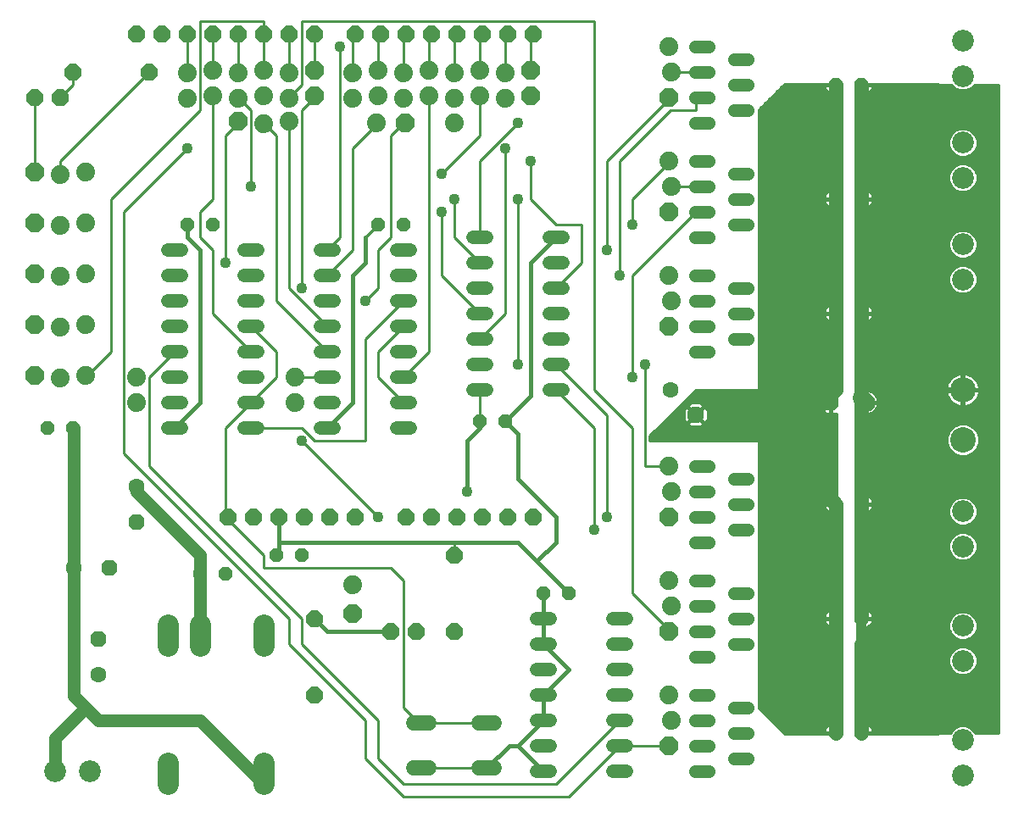
<source format=gtl>
G75*
G70*
%OFA0B0*%
%FSLAX24Y24*%
%IPPOS*%
%LPD*%
%AMOC8*
5,1,8,0,0,1.08239X$1,22.5*
%
%ADD10C,0.0825*%
%ADD11OC8,0.0660*%
%ADD12OC8,0.0630*%
%ADD13C,0.0630*%
%ADD14OC8,0.0560*%
%ADD15C,0.0520*%
%ADD16C,0.0515*%
%ADD17C,0.0860*%
%ADD18C,0.0126*%
%ADD19OC8,0.0740*%
%ADD20C,0.0740*%
%ADD21C,0.1000*%
%ADD22C,0.0600*%
%ADD23C,0.0560*%
%ADD24C,0.0160*%
%ADD25C,0.0436*%
%ADD26C,0.0100*%
%ADD27C,0.0700*%
%ADD28C,0.0400*%
%ADD29C,0.0500*%
D10*
X013356Y001252D02*
X013356Y002077D01*
X017106Y002077D02*
X017106Y001252D01*
X017106Y006677D02*
X017106Y007502D01*
X014606Y007502D02*
X014606Y006677D01*
X013356Y006677D02*
X013356Y007502D01*
D11*
X019106Y007752D03*
X022106Y007252D03*
X023106Y007252D03*
X024606Y007252D03*
X024606Y010252D03*
X024706Y011752D03*
X023706Y011752D03*
X022706Y011752D03*
X020706Y011752D03*
X019706Y011752D03*
X018706Y011752D03*
X017706Y011752D03*
X016706Y011752D03*
X015706Y011752D03*
X019106Y004752D03*
X025706Y011752D03*
X026706Y011752D03*
X027706Y011752D03*
X009106Y028252D03*
X008106Y028252D03*
X009606Y029252D03*
X012106Y030752D03*
X013106Y030752D03*
X014106Y030752D03*
X015106Y030752D03*
X016106Y030752D03*
X017106Y030752D03*
X018106Y030752D03*
X019106Y030752D03*
X020706Y030752D03*
X021706Y030752D03*
X022706Y030752D03*
X023706Y030752D03*
X024706Y030752D03*
X025706Y030752D03*
X026706Y030752D03*
X027706Y030752D03*
X012606Y029252D03*
D12*
X012106Y011552D03*
X011056Y009752D03*
X010606Y006952D03*
X039406Y016252D03*
D13*
X040806Y016252D03*
X033111Y016747D03*
X012106Y012952D03*
X009656Y009752D03*
X010606Y005552D03*
D14*
X014606Y009502D03*
X015606Y009502D03*
X017606Y010252D03*
X018606Y010252D03*
X025606Y015502D03*
X026606Y015502D03*
X028106Y008752D03*
X029106Y008752D03*
X039606Y007752D03*
X040606Y007752D03*
X040606Y012252D03*
X039606Y012252D03*
X039606Y019752D03*
X040606Y019752D03*
X040606Y024252D03*
X039606Y024252D03*
X039606Y028752D03*
X040606Y028752D03*
X022606Y023252D03*
X021606Y023252D03*
X015106Y023252D03*
X014106Y023252D03*
X009606Y015252D03*
X008606Y015252D03*
X039606Y003252D03*
X040606Y003252D03*
D15*
X031366Y002752D02*
X030846Y002752D01*
X030846Y003752D02*
X031366Y003752D01*
X031366Y004752D02*
X030846Y004752D01*
X030846Y005752D02*
X031366Y005752D01*
X031366Y006752D02*
X030846Y006752D01*
X030846Y007752D02*
X031366Y007752D01*
X028366Y007752D02*
X027846Y007752D01*
X027846Y006752D02*
X028366Y006752D01*
X028366Y005752D02*
X027846Y005752D01*
X027846Y004752D02*
X028366Y004752D01*
X028366Y003752D02*
X027846Y003752D01*
X027846Y002752D02*
X028366Y002752D01*
X028366Y001752D02*
X027846Y001752D01*
X030846Y001752D02*
X031366Y001752D01*
X022866Y015252D02*
X022346Y015252D01*
X022346Y016252D02*
X022866Y016252D01*
X022866Y017252D02*
X022346Y017252D01*
X022346Y018252D02*
X022866Y018252D01*
X022866Y019252D02*
X022346Y019252D01*
X022346Y020252D02*
X022866Y020252D01*
X022866Y021252D02*
X022346Y021252D01*
X022346Y022252D02*
X022866Y022252D01*
X025346Y021752D02*
X025866Y021752D01*
X025866Y022752D02*
X025346Y022752D01*
X025346Y020752D02*
X025866Y020752D01*
X025866Y019752D02*
X025346Y019752D01*
X025346Y018752D02*
X025866Y018752D01*
X025866Y017752D02*
X025346Y017752D01*
X025346Y016752D02*
X025866Y016752D01*
X028346Y016752D02*
X028866Y016752D01*
X028866Y017752D02*
X028346Y017752D01*
X028346Y018752D02*
X028866Y018752D01*
X028866Y019752D02*
X028346Y019752D01*
X028346Y020752D02*
X028866Y020752D01*
X028866Y021752D02*
X028346Y021752D01*
X028346Y022752D02*
X028866Y022752D01*
X019866Y022252D02*
X019346Y022252D01*
X019346Y021252D02*
X019866Y021252D01*
X019866Y020252D02*
X019346Y020252D01*
X019346Y019252D02*
X019866Y019252D01*
X019866Y018252D02*
X019346Y018252D01*
X019346Y017252D02*
X019866Y017252D01*
X019866Y016252D02*
X019346Y016252D01*
X019346Y015252D02*
X019866Y015252D01*
X016866Y015252D02*
X016346Y015252D01*
X016346Y016252D02*
X016866Y016252D01*
X016866Y017252D02*
X016346Y017252D01*
X016346Y018252D02*
X016866Y018252D01*
X016866Y019252D02*
X016346Y019252D01*
X016346Y020252D02*
X016866Y020252D01*
X016866Y021252D02*
X016346Y021252D01*
X016346Y022252D02*
X016866Y022252D01*
X013866Y022252D02*
X013346Y022252D01*
X013346Y021252D02*
X013866Y021252D01*
X013866Y020252D02*
X013346Y020252D01*
X013346Y019252D02*
X013866Y019252D01*
X013866Y018252D02*
X013346Y018252D01*
X013346Y017252D02*
X013866Y017252D01*
X013866Y016252D02*
X013346Y016252D01*
X013346Y015252D02*
X013866Y015252D01*
D16*
X034084Y013752D02*
X034599Y013752D01*
X035620Y013252D02*
X036135Y013252D01*
X036135Y012252D02*
X035620Y012252D01*
X034599Y012752D02*
X034084Y012752D01*
X034084Y011752D02*
X034599Y011752D01*
X035620Y011252D02*
X036135Y011252D01*
X034599Y010752D02*
X034084Y010752D01*
X034084Y009252D02*
X034599Y009252D01*
X035620Y008752D02*
X036135Y008752D01*
X036135Y007752D02*
X035620Y007752D01*
X034599Y008252D02*
X034084Y008252D01*
X034084Y007252D02*
X034599Y007252D01*
X035620Y006752D02*
X036135Y006752D01*
X034599Y006252D02*
X034084Y006252D01*
X034084Y004752D02*
X034599Y004752D01*
X035620Y004252D02*
X036135Y004252D01*
X036135Y003252D02*
X035620Y003252D01*
X034599Y003752D02*
X034084Y003752D01*
X034084Y002752D02*
X034599Y002752D01*
X035620Y002252D02*
X036135Y002252D01*
X034599Y001752D02*
X034084Y001752D01*
X034084Y018252D02*
X034599Y018252D01*
X035620Y018752D02*
X036135Y018752D01*
X036135Y019752D02*
X035620Y019752D01*
X034599Y020252D02*
X034084Y020252D01*
X034084Y021252D02*
X034599Y021252D01*
X035620Y020752D02*
X036135Y020752D01*
X034599Y019252D02*
X034084Y019252D01*
X034084Y022752D02*
X034599Y022752D01*
X035620Y023252D02*
X036135Y023252D01*
X034599Y023752D02*
X034084Y023752D01*
X034084Y024752D02*
X034599Y024752D01*
X035620Y025252D02*
X036135Y025252D01*
X036135Y024252D02*
X035620Y024252D01*
X034599Y025752D02*
X034084Y025752D01*
X034084Y027252D02*
X034599Y027252D01*
X035620Y027752D02*
X036135Y027752D01*
X036135Y028752D02*
X035620Y028752D01*
X034599Y029252D02*
X034084Y029252D01*
X034084Y030252D02*
X034599Y030252D01*
X035620Y029752D02*
X036135Y029752D01*
X034599Y028252D02*
X034084Y028252D01*
D17*
X008897Y001752D03*
X010275Y001752D03*
X044606Y001583D03*
X044606Y002961D03*
X044606Y006083D03*
X044606Y007461D03*
X044606Y010583D03*
X044606Y011961D03*
X044606Y021083D03*
X044606Y022461D03*
X044606Y025083D03*
X044606Y026461D03*
X044606Y029083D03*
X044606Y030461D03*
D18*
X034141Y015569D02*
X034204Y015506D01*
X033996Y015506D01*
X033849Y015653D01*
X033849Y015861D01*
X033996Y016008D01*
X034204Y016008D01*
X034351Y015861D01*
X034351Y015653D01*
X034204Y015506D01*
X034165Y015601D01*
X034035Y015601D01*
X033944Y015692D01*
X033944Y015822D01*
X034035Y015913D01*
X034165Y015913D01*
X034256Y015822D01*
X034256Y015692D01*
X034165Y015601D01*
X034126Y015695D01*
X034074Y015695D01*
X034038Y015731D01*
X034038Y015783D01*
X034074Y015819D01*
X034126Y015819D01*
X034162Y015783D01*
X034162Y015731D01*
X034126Y015695D01*
D19*
X033056Y019252D03*
X033056Y023752D03*
X033056Y028252D03*
X027606Y028302D03*
X027606Y029302D03*
X022676Y027252D03*
X019106Y028302D03*
X019106Y029302D03*
X016106Y027302D03*
X008106Y025302D03*
X008106Y023302D03*
X008106Y021302D03*
X008106Y019302D03*
X008106Y017302D03*
X020606Y007932D03*
X033056Y007252D03*
X033056Y011752D03*
X033056Y002752D03*
D20*
X033156Y003752D03*
X033056Y004752D03*
X033156Y008252D03*
X033056Y009252D03*
X033156Y012752D03*
X033056Y013752D03*
X033156Y020252D03*
X033056Y021252D03*
X033156Y024752D03*
X033056Y025752D03*
X033156Y029252D03*
X033056Y030252D03*
X026606Y029202D03*
X026606Y028202D03*
X025606Y028302D03*
X024606Y028202D03*
X023606Y028302D03*
X022606Y028202D03*
X021606Y028302D03*
X020606Y028202D03*
X020606Y029202D03*
X021606Y029302D03*
X022606Y029202D03*
X023606Y029302D03*
X024606Y029202D03*
X025606Y029302D03*
X024606Y027252D03*
X021536Y027252D03*
X018106Y027302D03*
X017106Y027202D03*
X017106Y028302D03*
X018106Y028202D03*
X018106Y029202D03*
X017106Y029302D03*
X016106Y029202D03*
X015106Y029302D03*
X014106Y029202D03*
X014106Y028202D03*
X015106Y028302D03*
X016106Y028202D03*
X010106Y025302D03*
X009106Y025202D03*
X010106Y023302D03*
X009106Y023202D03*
X009106Y021202D03*
X010106Y021302D03*
X010106Y019302D03*
X009106Y019202D03*
X010106Y017302D03*
X009106Y017202D03*
X012106Y017252D03*
X012106Y016252D03*
X018356Y016252D03*
X018356Y017252D03*
X020606Y009072D03*
D21*
X044606Y014768D03*
X044606Y016736D03*
D22*
X026186Y003642D02*
X025586Y003642D01*
X023626Y003642D02*
X023026Y003642D01*
X023026Y001862D02*
X023626Y001862D01*
X025586Y001862D02*
X026186Y001862D01*
D23*
X039606Y003252D02*
X039606Y007752D01*
X039606Y012252D01*
X038106Y013752D01*
X038106Y015252D01*
X039356Y016502D01*
X039356Y016302D01*
X039406Y016252D01*
X039356Y016502D02*
X039606Y016752D01*
X039606Y019752D01*
X039606Y024252D01*
X039606Y028752D01*
X040606Y028752D02*
X040606Y024252D01*
X040606Y019752D01*
X040606Y016752D01*
X040606Y016452D02*
X040606Y012252D01*
X040606Y007752D01*
X040606Y006752D02*
X040606Y003252D01*
X037106Y014752D02*
X037106Y015752D01*
X038106Y015252D02*
X038106Y016252D01*
D24*
X038911Y016252D02*
X038911Y016047D01*
X039200Y015757D01*
X039405Y015757D01*
X039405Y016252D01*
X039405Y016252D01*
X038911Y016252D01*
X038911Y016457D01*
X039200Y016747D01*
X039405Y016747D01*
X039405Y016252D01*
X038911Y016252D01*
X038911Y016265D02*
X036606Y016265D01*
X036606Y016423D02*
X038911Y016423D01*
X039035Y016582D02*
X036606Y016582D01*
X036606Y016740D02*
X039194Y016740D01*
X039405Y016740D02*
X039406Y016740D01*
X039406Y016747D02*
X039406Y016252D01*
X039405Y016252D01*
X039406Y016252D01*
X039406Y015757D01*
X039606Y015757D01*
X039606Y012252D01*
X039605Y012252D01*
X039605Y012252D01*
X039146Y012252D01*
X039146Y012442D01*
X039415Y012712D01*
X039605Y012712D01*
X039605Y012252D01*
X039146Y012252D01*
X039146Y012061D01*
X039415Y011792D01*
X039605Y011792D01*
X039605Y012252D01*
X039606Y012252D01*
X039606Y007752D01*
X039605Y007752D01*
X039605Y007752D01*
X039146Y007752D01*
X039146Y007942D01*
X039415Y008212D01*
X039605Y008212D01*
X039605Y007752D01*
X039146Y007752D01*
X039146Y007561D01*
X039415Y007292D01*
X039605Y007292D01*
X039605Y007752D01*
X039606Y007752D01*
X039606Y003252D01*
X039605Y003252D01*
X037606Y003252D01*
X036606Y004252D01*
X036606Y027752D01*
X037606Y028752D01*
X039605Y028752D01*
X039605Y028752D01*
X039146Y028752D01*
X039146Y028561D01*
X039415Y028292D01*
X039605Y028292D01*
X039605Y028752D01*
X039606Y028752D01*
X039606Y024252D01*
X039605Y024252D01*
X039605Y024252D01*
X039146Y024252D01*
X039146Y024442D01*
X039415Y024712D01*
X039605Y024712D01*
X039605Y024252D01*
X039146Y024252D01*
X039146Y024061D01*
X039415Y023792D01*
X039605Y023792D01*
X039605Y024252D01*
X039606Y024252D01*
X039606Y019752D01*
X039605Y019752D01*
X039605Y019752D01*
X039146Y019752D01*
X039146Y019942D01*
X039415Y020212D01*
X039605Y020212D01*
X039605Y019752D01*
X039146Y019752D01*
X039146Y019561D01*
X039415Y019292D01*
X039605Y019292D01*
X039605Y019752D01*
X039606Y019752D01*
X039606Y016747D01*
X039406Y016747D01*
X039405Y016582D02*
X039406Y016582D01*
X039405Y016423D02*
X039406Y016423D01*
X039405Y016265D02*
X039406Y016265D01*
X039405Y016106D02*
X039406Y016106D01*
X039405Y015948D02*
X039406Y015948D01*
X039405Y015789D02*
X039406Y015789D01*
X039168Y015789D02*
X036606Y015789D01*
X036606Y015631D02*
X039606Y015631D01*
X039606Y015472D02*
X036606Y015472D01*
X036606Y015314D02*
X039606Y015314D01*
X039606Y015155D02*
X036606Y015155D01*
X036606Y014996D02*
X039606Y014996D01*
X039606Y014838D02*
X036606Y014838D01*
X036606Y014679D02*
X039606Y014679D01*
X039606Y014521D02*
X036606Y014521D01*
X036606Y014362D02*
X039606Y014362D01*
X039606Y014204D02*
X036606Y014204D01*
X036606Y014045D02*
X039606Y014045D01*
X039606Y013887D02*
X036606Y013887D01*
X036606Y013728D02*
X039606Y013728D01*
X039606Y013570D02*
X036606Y013570D01*
X036606Y013411D02*
X039606Y013411D01*
X039606Y013253D02*
X036606Y013253D01*
X036606Y013094D02*
X039606Y013094D01*
X039606Y012935D02*
X036606Y012935D01*
X036606Y012777D02*
X039606Y012777D01*
X039605Y012618D02*
X039606Y012618D01*
X039605Y012460D02*
X039606Y012460D01*
X039605Y012301D02*
X039606Y012301D01*
X039605Y012143D02*
X039606Y012143D01*
X039605Y011984D02*
X039606Y011984D01*
X039605Y011826D02*
X039606Y011826D01*
X039606Y011667D02*
X036606Y011667D01*
X036606Y011509D02*
X039606Y011509D01*
X039606Y011350D02*
X036606Y011350D01*
X036606Y011191D02*
X039606Y011191D01*
X039606Y011033D02*
X036606Y011033D01*
X036606Y010874D02*
X039606Y010874D01*
X039606Y010716D02*
X036606Y010716D01*
X036606Y010557D02*
X039606Y010557D01*
X039606Y010399D02*
X036606Y010399D01*
X036606Y010240D02*
X039606Y010240D01*
X039606Y010082D02*
X036606Y010082D01*
X036606Y009923D02*
X039606Y009923D01*
X039606Y009765D02*
X036606Y009765D01*
X036606Y009606D02*
X039606Y009606D01*
X039606Y009447D02*
X036606Y009447D01*
X036606Y009289D02*
X039606Y009289D01*
X039606Y009130D02*
X036606Y009130D01*
X036606Y008972D02*
X039606Y008972D01*
X039606Y008813D02*
X036606Y008813D01*
X036606Y008655D02*
X039606Y008655D01*
X039606Y008496D02*
X036606Y008496D01*
X036606Y008338D02*
X039606Y008338D01*
X039605Y008179D02*
X039606Y008179D01*
X039605Y008021D02*
X039606Y008021D01*
X039605Y007862D02*
X039606Y007862D01*
X039605Y007704D02*
X039606Y007704D01*
X039605Y007545D02*
X039606Y007545D01*
X039605Y007386D02*
X039606Y007386D01*
X039606Y007228D02*
X036606Y007228D01*
X036606Y007386D02*
X039321Y007386D01*
X039162Y007545D02*
X036606Y007545D01*
X036606Y007704D02*
X039146Y007704D01*
X039146Y007862D02*
X036606Y007862D01*
X036606Y008021D02*
X039224Y008021D01*
X039382Y008179D02*
X036606Y008179D01*
X036606Y007069D02*
X039606Y007069D01*
X039606Y006911D02*
X036606Y006911D01*
X036606Y006752D02*
X039606Y006752D01*
X039606Y006594D02*
X036606Y006594D01*
X036606Y006435D02*
X039606Y006435D01*
X039606Y006277D02*
X036606Y006277D01*
X036606Y006118D02*
X039606Y006118D01*
X039606Y005960D02*
X036606Y005960D01*
X036606Y005801D02*
X039606Y005801D01*
X039606Y005642D02*
X036606Y005642D01*
X036606Y005484D02*
X039606Y005484D01*
X039606Y005325D02*
X036606Y005325D01*
X036606Y005167D02*
X039606Y005167D01*
X039606Y005008D02*
X036606Y005008D01*
X036606Y004850D02*
X039606Y004850D01*
X039606Y004691D02*
X036606Y004691D01*
X036606Y004533D02*
X039606Y004533D01*
X039606Y004374D02*
X036606Y004374D01*
X036642Y004216D02*
X039606Y004216D01*
X039606Y004057D02*
X036800Y004057D01*
X036959Y003898D02*
X039606Y003898D01*
X039606Y003740D02*
X037118Y003740D01*
X037276Y003581D02*
X039284Y003581D01*
X039415Y003712D02*
X039146Y003442D01*
X039146Y003252D01*
X039605Y003252D01*
X039605Y003252D01*
X039605Y003712D01*
X039415Y003712D01*
X039605Y003581D02*
X039606Y003581D01*
X039605Y003423D02*
X039606Y003423D01*
X039605Y003264D02*
X039606Y003264D01*
X039146Y003264D02*
X037593Y003264D01*
X037435Y003423D02*
X039146Y003423D01*
X040606Y003423D02*
X040606Y003423D01*
X040606Y003581D02*
X040606Y003581D01*
X040606Y003712D02*
X040606Y003252D01*
X040606Y003252D01*
X043606Y003252D01*
X045106Y004752D01*
X045106Y005748D01*
X044940Y005582D01*
X044723Y005493D01*
X044488Y005493D01*
X044271Y005582D01*
X044105Y005748D01*
X044016Y005965D01*
X044016Y006200D01*
X044105Y006417D01*
X044271Y006583D01*
X044488Y006673D01*
X044723Y006673D01*
X044940Y006583D01*
X045106Y006417D01*
X045106Y007126D01*
X044940Y006960D01*
X044723Y006871D01*
X044488Y006871D01*
X044271Y006960D01*
X044105Y007126D01*
X044016Y007343D01*
X044016Y007578D01*
X044105Y007795D01*
X044271Y007961D01*
X044488Y008051D01*
X044723Y008051D01*
X044940Y007961D01*
X045106Y007795D01*
X045106Y010248D01*
X044940Y010082D01*
X044723Y009993D01*
X044488Y009993D01*
X044271Y010082D01*
X044105Y010248D01*
X044016Y010465D01*
X044016Y010700D01*
X044105Y010917D01*
X044271Y011083D01*
X044488Y011173D01*
X044723Y011173D01*
X044940Y011083D01*
X045106Y010917D01*
X045106Y011626D01*
X044940Y011460D01*
X044723Y011371D01*
X044488Y011371D01*
X044271Y011460D01*
X044105Y011626D01*
X044016Y011843D01*
X044016Y012078D01*
X044105Y012295D01*
X044271Y012461D01*
X044488Y012551D01*
X044723Y012551D01*
X044940Y012461D01*
X045106Y012295D01*
X045106Y014334D01*
X044979Y014208D01*
X044737Y014108D01*
X044474Y014108D01*
X044232Y014208D01*
X044046Y014394D01*
X043946Y014636D01*
X043946Y014899D01*
X044046Y015142D01*
X044232Y015327D01*
X044474Y015428D01*
X044737Y015428D01*
X044979Y015327D01*
X045106Y015201D01*
X045106Y016275D01*
X045055Y016224D01*
X044984Y016170D01*
X044907Y016125D01*
X044825Y016091D01*
X044738Y016068D01*
X044650Y016056D01*
X044624Y016056D01*
X044624Y016718D01*
X044587Y016718D01*
X043926Y016718D01*
X043926Y016692D01*
X043937Y016603D01*
X043960Y016517D01*
X043994Y016435D01*
X044039Y016358D01*
X044093Y016287D01*
X044156Y016224D01*
X044227Y016170D01*
X044304Y016125D01*
X044386Y016091D01*
X044473Y016068D01*
X044561Y016056D01*
X044587Y016056D01*
X044587Y016718D01*
X044587Y016755D01*
X044587Y017416D01*
X044561Y017416D01*
X044473Y017405D01*
X044386Y017381D01*
X044304Y017347D01*
X044227Y017303D01*
X044156Y017249D01*
X044093Y017186D01*
X044039Y017115D01*
X043994Y017038D01*
X043960Y016955D01*
X043937Y016869D01*
X043926Y016781D01*
X043926Y016755D01*
X044587Y016755D01*
X044624Y016755D01*
X044624Y017416D01*
X044650Y017416D01*
X044738Y017405D01*
X044825Y017381D01*
X044907Y017347D01*
X044984Y017303D01*
X045055Y017249D01*
X045106Y017198D01*
X045106Y020748D01*
X044940Y020582D01*
X044723Y020493D01*
X044488Y020493D01*
X044271Y020582D01*
X044105Y020748D01*
X044016Y020965D01*
X044016Y021200D01*
X044105Y021417D01*
X044271Y021583D01*
X044488Y021673D01*
X044723Y021673D01*
X044940Y021583D01*
X045106Y021417D01*
X045106Y022126D01*
X044940Y021960D01*
X044723Y021871D01*
X044488Y021871D01*
X044271Y021960D01*
X044105Y022126D01*
X044016Y022343D01*
X044016Y022578D01*
X044105Y022795D01*
X044271Y022961D01*
X044488Y023051D01*
X044723Y023051D01*
X044940Y022961D01*
X045106Y022795D01*
X045106Y024748D01*
X044940Y024582D01*
X044723Y024493D01*
X044488Y024493D01*
X044271Y024582D01*
X044105Y024748D01*
X044016Y024965D01*
X044016Y025200D01*
X044105Y025417D01*
X044271Y025583D01*
X044488Y025673D01*
X044723Y025673D01*
X044940Y025583D01*
X045106Y025417D01*
X045106Y026126D01*
X044940Y025960D01*
X044723Y025871D01*
X044488Y025871D01*
X044271Y025960D01*
X044105Y026126D01*
X044016Y026343D01*
X044016Y026578D01*
X044105Y026795D01*
X044271Y026961D01*
X044488Y027051D01*
X044723Y027051D01*
X044940Y026961D01*
X045106Y026795D01*
X045106Y027252D01*
X043606Y028752D01*
X040606Y028752D01*
X040606Y028752D01*
X041065Y028752D01*
X041065Y028561D01*
X040796Y028292D01*
X040606Y028292D01*
X040606Y028752D01*
X040606Y028752D01*
X040606Y024252D01*
X041065Y024252D01*
X041065Y024442D01*
X040796Y024712D01*
X040606Y024712D01*
X040606Y024252D01*
X040606Y024252D01*
X041065Y024252D01*
X041065Y024061D01*
X040796Y023792D01*
X040606Y023792D01*
X040606Y024252D01*
X040606Y024252D01*
X040606Y024252D01*
X040606Y019752D01*
X041065Y019752D01*
X041065Y019942D01*
X040796Y020212D01*
X040606Y020212D01*
X040606Y019752D01*
X040606Y019752D01*
X041065Y019752D01*
X041065Y019561D01*
X040796Y019292D01*
X040606Y019292D01*
X040606Y019752D01*
X040606Y019752D01*
X040606Y019752D01*
X040606Y016706D01*
X040615Y016711D01*
X040690Y016735D01*
X040767Y016747D01*
X040805Y016747D01*
X040805Y016252D01*
X040806Y016252D01*
X041300Y016252D01*
X041300Y016291D01*
X041288Y016368D01*
X041264Y016442D01*
X041229Y016511D01*
X041183Y016574D01*
X041128Y016629D01*
X041065Y016675D01*
X040996Y016711D01*
X040921Y016735D01*
X040844Y016747D01*
X040806Y016747D01*
X040806Y016252D01*
X040806Y016252D01*
X041300Y016252D01*
X041300Y016213D01*
X041288Y016136D01*
X041264Y016062D01*
X041229Y015993D01*
X041183Y015929D01*
X041128Y015874D01*
X041065Y015829D01*
X040996Y015793D01*
X040921Y015769D01*
X040844Y015757D01*
X040806Y015757D01*
X040806Y016252D01*
X040805Y016252D01*
X040805Y015757D01*
X040767Y015757D01*
X040690Y015769D01*
X040615Y015793D01*
X040606Y015798D01*
X040606Y012252D01*
X041065Y012252D01*
X041065Y012442D01*
X040796Y012712D01*
X040606Y012712D01*
X040606Y012252D01*
X040606Y012252D01*
X041065Y012252D01*
X041065Y012061D01*
X040796Y011792D01*
X040606Y011792D01*
X040606Y012252D01*
X040606Y012252D01*
X040606Y012252D01*
X040606Y007752D01*
X041065Y007752D01*
X041065Y007942D01*
X040796Y008212D01*
X040606Y008212D01*
X040606Y007752D01*
X040606Y007752D01*
X041065Y007752D01*
X041065Y007561D01*
X040796Y007292D01*
X040606Y007292D01*
X040606Y007752D01*
X040606Y007752D01*
X040606Y007752D01*
X040606Y003252D01*
X041065Y003252D01*
X041065Y003442D01*
X040796Y003712D01*
X040606Y003712D01*
X040606Y003740D02*
X044093Y003740D01*
X043935Y003581D02*
X040927Y003581D01*
X041065Y003423D02*
X043776Y003423D01*
X043618Y003264D02*
X041065Y003264D01*
X040606Y003264D02*
X040606Y003264D01*
X040606Y003252D02*
X040606Y003252D01*
X040606Y003898D02*
X044252Y003898D01*
X044411Y004057D02*
X040606Y004057D01*
X040606Y004216D02*
X044569Y004216D01*
X044728Y004374D02*
X040606Y004374D01*
X040606Y004533D02*
X044886Y004533D01*
X045045Y004691D02*
X040606Y004691D01*
X040606Y004850D02*
X045106Y004850D01*
X045106Y005008D02*
X040606Y005008D01*
X040606Y005167D02*
X045106Y005167D01*
X045106Y005325D02*
X040606Y005325D01*
X040606Y005484D02*
X045106Y005484D01*
X045106Y005642D02*
X045000Y005642D01*
X044211Y005642D02*
X040606Y005642D01*
X040606Y005801D02*
X044084Y005801D01*
X044018Y005960D02*
X040606Y005960D01*
X040606Y006118D02*
X044016Y006118D01*
X044047Y006277D02*
X040606Y006277D01*
X040606Y006435D02*
X044124Y006435D01*
X044298Y006594D02*
X040606Y006594D01*
X040606Y006752D02*
X045106Y006752D01*
X045106Y006594D02*
X044913Y006594D01*
X045087Y006435D02*
X045106Y006435D01*
X045106Y006911D02*
X044820Y006911D01*
X045049Y007069D02*
X045106Y007069D01*
X044391Y006911D02*
X040606Y006911D01*
X040606Y007069D02*
X044162Y007069D01*
X044063Y007228D02*
X040606Y007228D01*
X040606Y007386D02*
X040606Y007386D01*
X040606Y007545D02*
X040606Y007545D01*
X040606Y007704D02*
X040606Y007704D01*
X040606Y007862D02*
X040606Y007862D01*
X040606Y008021D02*
X040606Y008021D01*
X040606Y008179D02*
X040606Y008179D01*
X040606Y008338D02*
X045106Y008338D01*
X045106Y008496D02*
X040606Y008496D01*
X040606Y008655D02*
X045106Y008655D01*
X045106Y008813D02*
X040606Y008813D01*
X040606Y008972D02*
X045106Y008972D01*
X045106Y009130D02*
X040606Y009130D01*
X040606Y009289D02*
X045106Y009289D01*
X045106Y009447D02*
X040606Y009447D01*
X040606Y009606D02*
X045106Y009606D01*
X045106Y009765D02*
X040606Y009765D01*
X040606Y009923D02*
X045106Y009923D01*
X045106Y010082D02*
X044938Y010082D01*
X045097Y010240D02*
X045106Y010240D01*
X045106Y011033D02*
X044990Y011033D01*
X045106Y011191D02*
X040606Y011191D01*
X040606Y011033D02*
X044221Y011033D01*
X044088Y010874D02*
X040606Y010874D01*
X040606Y010716D02*
X044022Y010716D01*
X044016Y010557D02*
X040606Y010557D01*
X040606Y010399D02*
X044043Y010399D01*
X044114Y010240D02*
X040606Y010240D01*
X040606Y010082D02*
X044273Y010082D01*
X045106Y011350D02*
X040606Y011350D01*
X040606Y011509D02*
X044223Y011509D01*
X044088Y011667D02*
X040606Y011667D01*
X040606Y011826D02*
X040606Y011826D01*
X040606Y011984D02*
X040606Y011984D01*
X040606Y012143D02*
X040606Y012143D01*
X040606Y012301D02*
X040606Y012301D01*
X040606Y012460D02*
X040606Y012460D01*
X040606Y012618D02*
X040606Y012618D01*
X040606Y012777D02*
X045106Y012777D01*
X045106Y012935D02*
X040606Y012935D01*
X040606Y013094D02*
X045106Y013094D01*
X045106Y013253D02*
X040606Y013253D01*
X040606Y013411D02*
X045106Y013411D01*
X045106Y013570D02*
X040606Y013570D01*
X040606Y013728D02*
X045106Y013728D01*
X045106Y013887D02*
X040606Y013887D01*
X040606Y014045D02*
X045106Y014045D01*
X045106Y014204D02*
X044969Y014204D01*
X044242Y014204D02*
X040606Y014204D01*
X040606Y014362D02*
X044078Y014362D01*
X043993Y014521D02*
X040606Y014521D01*
X040606Y014679D02*
X043946Y014679D01*
X043946Y014838D02*
X040606Y014838D01*
X040606Y014996D02*
X043986Y014996D01*
X044059Y015155D02*
X040606Y015155D01*
X040606Y015314D02*
X044218Y015314D01*
X044993Y015314D02*
X045106Y015314D01*
X045106Y015472D02*
X040606Y015472D01*
X040606Y015631D02*
X045106Y015631D01*
X045106Y015789D02*
X040983Y015789D01*
X040806Y015789D02*
X040805Y015789D01*
X040805Y015948D02*
X040806Y015948D01*
X040805Y016106D02*
X040806Y016106D01*
X040805Y016265D02*
X040806Y016265D01*
X040805Y016423D02*
X040806Y016423D01*
X040805Y016582D02*
X040806Y016582D01*
X040805Y016740D02*
X040806Y016740D01*
X040885Y016740D02*
X044587Y016740D01*
X044587Y016582D02*
X044624Y016582D01*
X044624Y016423D02*
X044587Y016423D01*
X044587Y016265D02*
X044624Y016265D01*
X044624Y016106D02*
X044587Y016106D01*
X044349Y016106D02*
X041279Y016106D01*
X041300Y016265D02*
X044115Y016265D01*
X044001Y016423D02*
X041270Y016423D01*
X041176Y016582D02*
X043943Y016582D01*
X043945Y016899D02*
X040606Y016899D01*
X040606Y016740D02*
X040726Y016740D01*
X040606Y017058D02*
X044006Y017058D01*
X044124Y017216D02*
X040606Y017216D01*
X040606Y017375D02*
X044370Y017375D01*
X044587Y017375D02*
X044624Y017375D01*
X044624Y017216D02*
X044587Y017216D01*
X044587Y017058D02*
X044624Y017058D01*
X044624Y016899D02*
X044587Y016899D01*
X045087Y017216D02*
X045106Y017216D01*
X045106Y017375D02*
X044841Y017375D01*
X045106Y017533D02*
X040606Y017533D01*
X040606Y017692D02*
X045106Y017692D01*
X045106Y017850D02*
X040606Y017850D01*
X040606Y018009D02*
X045106Y018009D01*
X045106Y018167D02*
X040606Y018167D01*
X040606Y018326D02*
X045106Y018326D01*
X045106Y018484D02*
X040606Y018484D01*
X040606Y018643D02*
X045106Y018643D01*
X045106Y018802D02*
X040606Y018802D01*
X040606Y018960D02*
X045106Y018960D01*
X045106Y019119D02*
X040606Y019119D01*
X040606Y019277D02*
X045106Y019277D01*
X045106Y019436D02*
X040940Y019436D01*
X041065Y019594D02*
X045106Y019594D01*
X045106Y019753D02*
X041065Y019753D01*
X041065Y019911D02*
X045106Y019911D01*
X045106Y020070D02*
X040938Y020070D01*
X040606Y020070D02*
X040606Y020070D01*
X040606Y020228D02*
X045106Y020228D01*
X045106Y020387D02*
X040606Y020387D01*
X040606Y020546D02*
X044361Y020546D01*
X044150Y020704D02*
X040606Y020704D01*
X040606Y020863D02*
X044058Y020863D01*
X044016Y021021D02*
X040606Y021021D01*
X040606Y021180D02*
X044016Y021180D01*
X044073Y021338D02*
X040606Y021338D01*
X040606Y021497D02*
X044185Y021497D01*
X044446Y021655D02*
X040606Y021655D01*
X040606Y021814D02*
X045106Y021814D01*
X045106Y021972D02*
X044952Y021972D01*
X045106Y021655D02*
X044765Y021655D01*
X045026Y021497D02*
X045106Y021497D01*
X044259Y021972D02*
X040606Y021972D01*
X040606Y022131D02*
X044103Y022131D01*
X044038Y022289D02*
X040606Y022289D01*
X040606Y022448D02*
X044016Y022448D01*
X044027Y022607D02*
X040606Y022607D01*
X040606Y022765D02*
X044093Y022765D01*
X044234Y022924D02*
X040606Y022924D01*
X040606Y023082D02*
X045106Y023082D01*
X045106Y022924D02*
X044977Y022924D01*
X045106Y023241D02*
X040606Y023241D01*
X040606Y023399D02*
X045106Y023399D01*
X045106Y023558D02*
X040606Y023558D01*
X040606Y023716D02*
X045106Y023716D01*
X045106Y023875D02*
X040879Y023875D01*
X041038Y024033D02*
X045106Y024033D01*
X045106Y024192D02*
X041065Y024192D01*
X041065Y024351D02*
X045106Y024351D01*
X045106Y024509D02*
X044762Y024509D01*
X045025Y024668D02*
X045106Y024668D01*
X044448Y024509D02*
X040999Y024509D01*
X040840Y024668D02*
X044186Y024668D01*
X044073Y024826D02*
X040606Y024826D01*
X040606Y024668D02*
X040606Y024668D01*
X040606Y024509D02*
X040606Y024509D01*
X040606Y024351D02*
X040606Y024351D01*
X040606Y024192D02*
X040606Y024192D01*
X040606Y024033D02*
X040606Y024033D01*
X040606Y023875D02*
X040606Y023875D01*
X039606Y023875D02*
X039605Y023875D01*
X039605Y024033D02*
X039606Y024033D01*
X039605Y024192D02*
X039606Y024192D01*
X039605Y024351D02*
X039606Y024351D01*
X039605Y024509D02*
X039606Y024509D01*
X039605Y024668D02*
X039606Y024668D01*
X039606Y024826D02*
X036606Y024826D01*
X036606Y024668D02*
X039371Y024668D01*
X039212Y024509D02*
X036606Y024509D01*
X036606Y024351D02*
X039146Y024351D01*
X039146Y024192D02*
X036606Y024192D01*
X036606Y024033D02*
X039173Y024033D01*
X039332Y023875D02*
X036606Y023875D01*
X036606Y023716D02*
X039606Y023716D01*
X039606Y023558D02*
X036606Y023558D01*
X036606Y023399D02*
X039606Y023399D01*
X039606Y023241D02*
X036606Y023241D01*
X036606Y023082D02*
X039606Y023082D01*
X039606Y022924D02*
X036606Y022924D01*
X036606Y022765D02*
X039606Y022765D01*
X039606Y022607D02*
X036606Y022607D01*
X036606Y022448D02*
X039606Y022448D01*
X039606Y022289D02*
X036606Y022289D01*
X036606Y022131D02*
X039606Y022131D01*
X039606Y021972D02*
X036606Y021972D01*
X036606Y021814D02*
X039606Y021814D01*
X039606Y021655D02*
X036606Y021655D01*
X036606Y021497D02*
X039606Y021497D01*
X039606Y021338D02*
X036606Y021338D01*
X036606Y021180D02*
X039606Y021180D01*
X039606Y021021D02*
X036606Y021021D01*
X036606Y020863D02*
X039606Y020863D01*
X039606Y020704D02*
X036606Y020704D01*
X036606Y020546D02*
X039606Y020546D01*
X039606Y020387D02*
X036606Y020387D01*
X036606Y020228D02*
X039606Y020228D01*
X039605Y020070D02*
X039606Y020070D01*
X039605Y019911D02*
X039606Y019911D01*
X039605Y019753D02*
X039606Y019753D01*
X039605Y019594D02*
X039606Y019594D01*
X039605Y019436D02*
X039606Y019436D01*
X039606Y019277D02*
X036606Y019277D01*
X036606Y019119D02*
X039606Y019119D01*
X039606Y018960D02*
X036606Y018960D01*
X036606Y018802D02*
X039606Y018802D01*
X039606Y018643D02*
X036606Y018643D01*
X036606Y018484D02*
X039606Y018484D01*
X039606Y018326D02*
X036606Y018326D01*
X036606Y018167D02*
X039606Y018167D01*
X039606Y018009D02*
X036606Y018009D01*
X036606Y017850D02*
X039606Y017850D01*
X039606Y017692D02*
X036606Y017692D01*
X036606Y017533D02*
X039606Y017533D01*
X039606Y017375D02*
X036606Y017375D01*
X036606Y017216D02*
X039606Y017216D01*
X039606Y017058D02*
X036606Y017058D01*
X036606Y016899D02*
X039606Y016899D01*
X038911Y016106D02*
X036606Y016106D01*
X036606Y015948D02*
X039010Y015948D01*
X040606Y015789D02*
X040628Y015789D01*
X041196Y015948D02*
X045106Y015948D01*
X045106Y016106D02*
X044862Y016106D01*
X045096Y016265D02*
X045106Y016265D01*
X040606Y019436D02*
X040606Y019436D01*
X040606Y019594D02*
X040606Y019594D01*
X040606Y019753D02*
X040606Y019753D01*
X040606Y019911D02*
X040606Y019911D01*
X039273Y020070D02*
X036606Y020070D01*
X036606Y019911D02*
X039146Y019911D01*
X039146Y019753D02*
X036606Y019753D01*
X036606Y019594D02*
X039146Y019594D01*
X039271Y019436D02*
X036606Y019436D01*
X028606Y022752D02*
X027606Y021752D01*
X027606Y016502D01*
X026606Y015502D01*
X027106Y015002D01*
X027106Y013252D01*
X028606Y011752D01*
X028606Y010752D01*
X027856Y010002D01*
X029106Y008752D01*
X028106Y008752D02*
X028106Y007752D01*
X028106Y006752D01*
X029106Y005752D01*
X028106Y004752D01*
X028106Y003752D01*
X027106Y002752D01*
X026776Y002752D01*
X025886Y001862D01*
X027106Y002752D02*
X028106Y001752D01*
X022106Y007252D02*
X019606Y007252D01*
X019106Y007752D01*
X017606Y010252D02*
X017706Y010352D01*
X017706Y010752D01*
X024606Y010752D01*
X027106Y010752D01*
X027856Y010002D01*
X025106Y012752D02*
X025106Y014752D01*
X025606Y015252D01*
X020606Y016252D02*
X019606Y015252D01*
X020606Y016252D02*
X020606Y021252D01*
X021106Y021752D01*
X021106Y022752D01*
X014606Y022252D02*
X014106Y022752D01*
X014106Y023252D01*
X014606Y022252D02*
X014606Y016252D01*
X013606Y015252D01*
X017706Y011752D02*
X017706Y010752D01*
X036606Y011826D02*
X039381Y011826D01*
X039223Y011984D02*
X036606Y011984D01*
X036606Y012143D02*
X039146Y012143D01*
X039146Y012301D02*
X036606Y012301D01*
X036606Y012460D02*
X039163Y012460D01*
X039321Y012618D02*
X036606Y012618D01*
X040890Y012618D02*
X045106Y012618D01*
X045106Y012460D02*
X044941Y012460D01*
X045099Y012301D02*
X045106Y012301D01*
X045106Y011509D02*
X044988Y011509D01*
X044023Y011826D02*
X040830Y011826D01*
X040988Y011984D02*
X044016Y011984D01*
X044042Y012143D02*
X041065Y012143D01*
X041065Y012301D02*
X044112Y012301D01*
X044270Y012460D02*
X041048Y012460D01*
X040829Y008179D02*
X045106Y008179D01*
X045106Y008021D02*
X044795Y008021D01*
X045038Y007862D02*
X045106Y007862D01*
X044416Y008021D02*
X040987Y008021D01*
X041065Y007862D02*
X044173Y007862D01*
X044068Y007704D02*
X041065Y007704D01*
X041049Y007545D02*
X044016Y007545D01*
X044016Y007386D02*
X040890Y007386D01*
X044850Y020546D02*
X045106Y020546D01*
X045106Y020704D02*
X045061Y020704D01*
X044016Y024985D02*
X040606Y024985D01*
X040606Y025143D02*
X044016Y025143D01*
X044058Y025302D02*
X040606Y025302D01*
X040606Y025460D02*
X044149Y025460D01*
X044358Y025619D02*
X040606Y025619D01*
X040606Y025777D02*
X045106Y025777D01*
X045106Y025619D02*
X044853Y025619D01*
X045062Y025460D02*
X045106Y025460D01*
X045106Y025936D02*
X044881Y025936D01*
X045074Y026095D02*
X045106Y026095D01*
X044330Y025936D02*
X040606Y025936D01*
X040606Y026095D02*
X044137Y026095D01*
X044053Y026253D02*
X040606Y026253D01*
X040606Y026412D02*
X044016Y026412D01*
X044016Y026570D02*
X040606Y026570D01*
X040606Y026729D02*
X044078Y026729D01*
X044198Y026887D02*
X040606Y026887D01*
X040606Y027046D02*
X044477Y027046D01*
X044734Y027046D02*
X045106Y027046D01*
X045106Y027204D02*
X040606Y027204D01*
X040606Y027363D02*
X044995Y027363D01*
X044836Y027521D02*
X040606Y027521D01*
X040606Y027680D02*
X044678Y027680D01*
X044519Y027839D02*
X040606Y027839D01*
X040606Y027997D02*
X044360Y027997D01*
X044202Y028156D02*
X040606Y028156D01*
X040606Y028314D02*
X040606Y028314D01*
X040606Y028473D02*
X040606Y028473D01*
X040606Y028631D02*
X040606Y028631D01*
X040818Y028314D02*
X044043Y028314D01*
X043885Y028473D02*
X040977Y028473D01*
X041065Y028631D02*
X043726Y028631D01*
X045013Y026887D02*
X045106Y026887D01*
X039606Y026887D02*
X036606Y026887D01*
X036606Y026729D02*
X039606Y026729D01*
X039606Y026570D02*
X036606Y026570D01*
X036606Y026412D02*
X039606Y026412D01*
X039606Y026253D02*
X036606Y026253D01*
X036606Y026095D02*
X039606Y026095D01*
X039606Y025936D02*
X036606Y025936D01*
X036606Y025777D02*
X039606Y025777D01*
X039606Y025619D02*
X036606Y025619D01*
X036606Y025460D02*
X039606Y025460D01*
X039606Y025302D02*
X036606Y025302D01*
X036606Y025143D02*
X039606Y025143D01*
X039606Y024985D02*
X036606Y024985D01*
X036606Y027046D02*
X039606Y027046D01*
X039606Y027204D02*
X036606Y027204D01*
X036606Y027363D02*
X039606Y027363D01*
X039606Y027521D02*
X036606Y027521D01*
X036606Y027680D02*
X039606Y027680D01*
X039606Y027839D02*
X036692Y027839D01*
X036851Y027997D02*
X039606Y027997D01*
X039606Y028156D02*
X037009Y028156D01*
X037168Y028314D02*
X039393Y028314D01*
X039605Y028314D02*
X039606Y028314D01*
X039605Y028473D02*
X039606Y028473D01*
X039605Y028631D02*
X039606Y028631D01*
X039234Y028473D02*
X037326Y028473D01*
X037485Y028631D02*
X039146Y028631D01*
D25*
X031606Y023252D03*
X030606Y022252D03*
X031106Y021252D03*
X027106Y024252D03*
X027606Y025752D03*
X026606Y026252D03*
X027106Y027252D03*
X024106Y025252D03*
X024606Y024252D03*
X024106Y023752D03*
X021106Y020252D03*
X018606Y020752D03*
X015606Y021752D03*
X016606Y024752D03*
X014106Y026252D03*
X020106Y030252D03*
X027106Y017752D03*
X031606Y017252D03*
X032106Y017752D03*
X034856Y016252D03*
X036106Y016252D03*
X037106Y015752D03*
X038106Y016252D03*
X038106Y015252D03*
X037106Y014752D03*
X038106Y014252D03*
X036106Y015252D03*
X030606Y011752D03*
X030106Y011252D03*
X025106Y012752D03*
X021606Y011752D03*
X018606Y014752D03*
X042106Y017252D03*
X043106Y017252D03*
X043606Y016752D03*
X044106Y018252D03*
X045106Y018252D03*
X045106Y019252D03*
X045606Y019752D03*
X044606Y019752D03*
X044106Y019252D03*
X043106Y019252D03*
X043106Y018252D03*
X042106Y018252D03*
D26*
X043606Y018285D02*
X046026Y018285D01*
X046026Y018187D02*
X043606Y018187D01*
X043606Y018088D02*
X046026Y018088D01*
X046026Y017990D02*
X043606Y017990D01*
X043606Y017891D02*
X046026Y017891D01*
X046026Y017793D02*
X043606Y017793D01*
X043606Y017694D02*
X046026Y017694D01*
X046026Y017596D02*
X043606Y017596D01*
X043606Y017497D02*
X046026Y017497D01*
X046026Y017399D02*
X043606Y017399D01*
X043606Y017300D02*
X044282Y017300D01*
X044317Y017320D02*
X044244Y017278D01*
X044176Y017226D01*
X044116Y017166D01*
X044064Y017098D01*
X044021Y017024D01*
X043989Y016946D01*
X043967Y016863D01*
X043956Y016785D01*
X044557Y016785D01*
X044557Y017385D01*
X044478Y017375D01*
X044396Y017353D01*
X044317Y017320D01*
X044151Y017201D02*
X043606Y017201D01*
X043606Y017103D02*
X044068Y017103D01*
X044013Y017004D02*
X043606Y017004D01*
X043606Y016906D02*
X043978Y016906D01*
X043959Y016807D02*
X043606Y016807D01*
X043606Y016709D02*
X044557Y016709D01*
X044557Y016688D02*
X043956Y016688D01*
X043967Y016609D01*
X043989Y016527D01*
X044021Y016448D01*
X044064Y016374D01*
X044116Y016307D01*
X044176Y016246D01*
X044244Y016195D01*
X044317Y016152D01*
X044396Y016119D01*
X044478Y016097D01*
X044557Y016087D01*
X044557Y016688D01*
X044557Y016785D01*
X044654Y016785D01*
X044654Y017385D01*
X044733Y017375D01*
X044815Y017353D01*
X044894Y017320D01*
X044967Y017278D01*
X045035Y017226D01*
X045095Y017166D01*
X045147Y017098D01*
X045190Y017024D01*
X045222Y016946D01*
X045244Y016863D01*
X045255Y016785D01*
X044654Y016785D01*
X044654Y016688D01*
X045255Y016688D01*
X045244Y016609D01*
X045222Y016527D01*
X045190Y016448D01*
X045147Y016374D01*
X045095Y016307D01*
X045035Y016246D01*
X044967Y016195D01*
X044894Y016152D01*
X044815Y016119D01*
X044733Y016097D01*
X044654Y016087D01*
X044654Y016688D01*
X044557Y016688D01*
X044557Y016610D02*
X044654Y016610D01*
X044654Y016512D02*
X044557Y016512D01*
X044557Y016413D02*
X044654Y016413D01*
X044654Y016315D02*
X044557Y016315D01*
X044557Y016216D02*
X044654Y016216D01*
X044654Y016117D02*
X044557Y016117D01*
X044403Y016117D02*
X043606Y016117D01*
X043606Y016019D02*
X046026Y016019D01*
X046026Y016117D02*
X044808Y016117D01*
X044995Y016216D02*
X046026Y016216D01*
X046026Y016315D02*
X045101Y016315D01*
X045169Y016413D02*
X046026Y016413D01*
X046026Y016512D02*
X045216Y016512D01*
X045244Y016610D02*
X046026Y016610D01*
X046026Y016709D02*
X044654Y016709D01*
X044654Y016807D02*
X044557Y016807D01*
X044557Y016906D02*
X044654Y016906D01*
X044654Y017004D02*
X044557Y017004D01*
X044557Y017103D02*
X044654Y017103D01*
X044654Y017201D02*
X044557Y017201D01*
X044557Y017300D02*
X044654Y017300D01*
X044929Y017300D02*
X046026Y017300D01*
X046026Y017201D02*
X045059Y017201D01*
X045143Y017103D02*
X046026Y017103D01*
X046026Y017004D02*
X045198Y017004D01*
X045233Y016906D02*
X046026Y016906D01*
X046026Y016807D02*
X045252Y016807D01*
X044216Y016216D02*
X043606Y016216D01*
X043606Y016315D02*
X044110Y016315D01*
X044041Y016413D02*
X043606Y016413D01*
X043606Y016512D02*
X043995Y016512D01*
X043966Y016610D02*
X043606Y016610D01*
X043606Y015920D02*
X046026Y015920D01*
X046026Y015822D02*
X043606Y015822D01*
X043606Y015723D02*
X046026Y015723D01*
X046026Y015625D02*
X043606Y015625D01*
X043606Y015526D02*
X046026Y015526D01*
X046026Y015428D02*
X043606Y015428D01*
X043606Y015329D02*
X044315Y015329D01*
X044249Y015302D02*
X044071Y015125D01*
X043976Y014893D01*
X043976Y014642D01*
X044071Y014411D01*
X044249Y014234D01*
X044480Y014138D01*
X044731Y014138D01*
X044962Y014234D01*
X045140Y014411D01*
X045235Y014642D01*
X045235Y014893D01*
X045140Y015125D01*
X044962Y015302D01*
X044731Y015398D01*
X044480Y015398D01*
X044249Y015302D01*
X044177Y015231D02*
X043606Y015231D01*
X043606Y015132D02*
X044079Y015132D01*
X044034Y015033D02*
X043606Y015033D01*
X043606Y014935D02*
X043993Y014935D01*
X043976Y014836D02*
X043606Y014836D01*
X043606Y014738D02*
X043976Y014738D01*
X043977Y014639D02*
X043606Y014639D01*
X043606Y014541D02*
X044018Y014541D01*
X044058Y014442D02*
X043606Y014442D01*
X043606Y014344D02*
X044139Y014344D01*
X044237Y014245D02*
X043606Y014245D01*
X043606Y014147D02*
X044459Y014147D01*
X044752Y014147D02*
X046026Y014147D01*
X046026Y014245D02*
X044974Y014245D01*
X045072Y014344D02*
X046026Y014344D01*
X046026Y014442D02*
X045153Y014442D01*
X045193Y014541D02*
X046026Y014541D01*
X046026Y014639D02*
X045234Y014639D01*
X045235Y014738D02*
X046026Y014738D01*
X046026Y014836D02*
X045235Y014836D01*
X045218Y014935D02*
X046026Y014935D01*
X046026Y015033D02*
X045177Y015033D01*
X045132Y015132D02*
X046026Y015132D01*
X046026Y015231D02*
X045034Y015231D01*
X044896Y015329D02*
X046026Y015329D01*
X046026Y014048D02*
X043606Y014048D01*
X043606Y013949D02*
X046026Y013949D01*
X046026Y013851D02*
X043606Y013851D01*
X043606Y013752D02*
X046026Y013752D01*
X046026Y013654D02*
X043606Y013654D01*
X043606Y013555D02*
X046026Y013555D01*
X046026Y013457D02*
X043606Y013457D01*
X043606Y013358D02*
X046026Y013358D01*
X046026Y013260D02*
X043606Y013260D01*
X043606Y013161D02*
X046026Y013161D01*
X046026Y013063D02*
X043606Y013063D01*
X043606Y012964D02*
X046026Y012964D01*
X046026Y012866D02*
X043606Y012866D01*
X043606Y012767D02*
X046026Y012767D01*
X046026Y012668D02*
X043606Y012668D01*
X043606Y012570D02*
X046026Y012570D01*
X046026Y012471D02*
X044836Y012471D01*
X044923Y012435D02*
X044717Y012521D01*
X044494Y012521D01*
X044288Y012435D01*
X044131Y012278D01*
X044046Y012072D01*
X044046Y011849D01*
X044131Y011643D01*
X044288Y011486D01*
X043606Y011486D01*
X043606Y011584D02*
X044190Y011584D01*
X044114Y011683D02*
X043606Y011683D01*
X043606Y011782D02*
X044074Y011782D01*
X044046Y011880D02*
X043606Y011880D01*
X043606Y011979D02*
X044046Y011979D01*
X044048Y012077D02*
X043606Y012077D01*
X043606Y012176D02*
X044088Y012176D01*
X044129Y012274D02*
X043606Y012274D01*
X043606Y012373D02*
X044226Y012373D01*
X044375Y012471D02*
X043606Y012471D01*
X044288Y011486D02*
X044494Y011401D01*
X044717Y011401D01*
X044923Y011486D01*
X046026Y011486D01*
X046026Y011584D02*
X045021Y011584D01*
X045080Y011643D02*
X045165Y011849D01*
X045165Y012072D01*
X045080Y012278D01*
X044923Y012435D01*
X044985Y012373D02*
X046026Y012373D01*
X046026Y012274D02*
X045082Y012274D01*
X045123Y012176D02*
X046026Y012176D01*
X046026Y012077D02*
X045163Y012077D01*
X045165Y011979D02*
X046026Y011979D01*
X046026Y011880D02*
X045165Y011880D01*
X045137Y011782D02*
X046026Y011782D01*
X046026Y011683D02*
X045097Y011683D01*
X045080Y011643D02*
X044923Y011486D01*
X044717Y011143D02*
X044494Y011143D01*
X044288Y011057D01*
X044131Y010900D01*
X044046Y010694D01*
X044046Y010471D01*
X044131Y010265D01*
X044288Y010108D01*
X044494Y010023D01*
X044717Y010023D01*
X044923Y010108D01*
X045080Y010265D01*
X045165Y010471D01*
X045165Y010694D01*
X045080Y010900D01*
X044923Y011057D01*
X044717Y011143D01*
X044840Y011092D02*
X046026Y011092D01*
X046026Y011190D02*
X043606Y011190D01*
X043606Y011092D02*
X044371Y011092D01*
X044224Y010993D02*
X043606Y010993D01*
X043606Y010895D02*
X044129Y010895D01*
X044088Y010796D02*
X043606Y010796D01*
X043606Y010698D02*
X044047Y010698D01*
X044046Y010599D02*
X043606Y010599D01*
X043606Y010500D02*
X044046Y010500D01*
X044074Y010402D02*
X043606Y010402D01*
X043606Y010303D02*
X044115Y010303D01*
X044191Y010205D02*
X043606Y010205D01*
X043606Y010106D02*
X044292Y010106D01*
X043606Y010008D02*
X046026Y010008D01*
X046026Y010106D02*
X044919Y010106D01*
X045020Y010205D02*
X046026Y010205D01*
X046026Y010303D02*
X045096Y010303D01*
X045137Y010402D02*
X046026Y010402D01*
X046026Y010500D02*
X045165Y010500D01*
X045165Y010599D02*
X046026Y010599D01*
X046026Y010698D02*
X045164Y010698D01*
X045123Y010796D02*
X046026Y010796D01*
X046026Y010895D02*
X045082Y010895D01*
X044987Y010993D02*
X046026Y010993D01*
X046026Y011289D02*
X043606Y011289D01*
X043606Y011387D02*
X046026Y011387D01*
X046026Y009909D02*
X043606Y009909D01*
X043606Y009811D02*
X046026Y009811D01*
X046026Y009712D02*
X043606Y009712D01*
X043606Y009614D02*
X046026Y009614D01*
X046026Y009515D02*
X043606Y009515D01*
X043606Y009416D02*
X046026Y009416D01*
X046026Y009318D02*
X043606Y009318D01*
X043606Y009219D02*
X046026Y009219D01*
X046026Y009121D02*
X043606Y009121D01*
X043606Y009022D02*
X046026Y009022D01*
X046026Y008924D02*
X043606Y008924D01*
X043606Y008825D02*
X046026Y008825D01*
X046026Y008727D02*
X043606Y008727D01*
X043606Y008628D02*
X046026Y008628D01*
X046026Y008530D02*
X043606Y008530D01*
X043606Y008431D02*
X046026Y008431D01*
X046026Y008333D02*
X043606Y008333D01*
X043606Y008234D02*
X046026Y008234D01*
X046026Y008135D02*
X043606Y008135D01*
X043606Y008037D02*
X046026Y008037D01*
X046026Y007938D02*
X044916Y007938D01*
X044923Y007935D02*
X044717Y008021D01*
X044494Y008021D01*
X044288Y007935D01*
X044131Y007778D01*
X044046Y007572D01*
X044046Y007349D01*
X044131Y007143D01*
X044288Y006986D01*
X044494Y006901D01*
X044717Y006901D01*
X044923Y006986D01*
X045080Y007143D01*
X045165Y007349D01*
X045165Y007572D01*
X045080Y007778D01*
X044923Y007935D01*
X045018Y007840D02*
X046026Y007840D01*
X046026Y007741D02*
X045095Y007741D01*
X045136Y007643D02*
X046026Y007643D01*
X046026Y007544D02*
X045165Y007544D01*
X045165Y007446D02*
X046026Y007446D01*
X046026Y007347D02*
X045165Y007347D01*
X045124Y007249D02*
X046026Y007249D01*
X046026Y007150D02*
X045083Y007150D01*
X044988Y007051D02*
X046026Y007051D01*
X046026Y006953D02*
X044843Y006953D01*
X044717Y006643D02*
X044494Y006643D01*
X044288Y006557D01*
X044131Y006400D01*
X044046Y006194D01*
X044046Y005971D01*
X044131Y005765D01*
X044288Y005608D01*
X044494Y005523D01*
X044717Y005523D01*
X044923Y005608D01*
X045080Y005765D01*
X045165Y005971D01*
X045165Y006194D01*
X045080Y006400D01*
X044923Y006557D01*
X044717Y006643D01*
X044919Y006559D02*
X046026Y006559D01*
X046026Y006657D02*
X043606Y006657D01*
X043606Y006559D02*
X044292Y006559D01*
X044191Y006460D02*
X043606Y006460D01*
X043606Y006362D02*
X044115Y006362D01*
X044074Y006263D02*
X043606Y006263D01*
X043606Y006165D02*
X044046Y006165D01*
X044046Y006066D02*
X043606Y006066D01*
X043606Y005967D02*
X044047Y005967D01*
X044088Y005869D02*
X043606Y005869D01*
X043606Y005770D02*
X044129Y005770D01*
X044224Y005672D02*
X043606Y005672D01*
X043606Y005573D02*
X044372Y005573D01*
X044839Y005573D02*
X046026Y005573D01*
X046026Y005475D02*
X043606Y005475D01*
X043606Y005376D02*
X046026Y005376D01*
X046026Y005278D02*
X043606Y005278D01*
X043606Y005179D02*
X046026Y005179D01*
X046026Y005081D02*
X043606Y005081D01*
X043606Y004982D02*
X046026Y004982D01*
X046026Y004884D02*
X043606Y004884D01*
X043606Y004785D02*
X046026Y004785D01*
X046026Y004686D02*
X043606Y004686D01*
X043606Y004588D02*
X046026Y004588D01*
X046026Y004489D02*
X043606Y004489D01*
X043606Y004391D02*
X046026Y004391D01*
X046026Y004292D02*
X043606Y004292D01*
X043606Y004194D02*
X046026Y004194D01*
X046026Y004095D02*
X043606Y004095D01*
X043606Y003997D02*
X046026Y003997D01*
X046026Y003898D02*
X043606Y003898D01*
X043606Y003800D02*
X046026Y003800D01*
X046026Y003701D02*
X043606Y003701D01*
X043606Y003602D02*
X046026Y003602D01*
X046026Y003504D02*
X044757Y003504D01*
X044717Y003521D02*
X044494Y003521D01*
X044288Y003435D01*
X044131Y003278D01*
X044120Y003252D01*
X043606Y003252D01*
X043606Y028752D01*
X044144Y028752D01*
X044288Y028608D01*
X044494Y028523D01*
X044717Y028523D01*
X044923Y028608D01*
X045067Y028752D01*
X046026Y028752D01*
X046026Y003252D01*
X045091Y003252D01*
X045080Y003278D01*
X044923Y003435D01*
X044717Y003521D01*
X044953Y003405D02*
X046026Y003405D01*
X046026Y003307D02*
X045051Y003307D01*
X044454Y003504D02*
X043606Y003504D01*
X043606Y003405D02*
X044258Y003405D01*
X044160Y003307D02*
X043606Y003307D01*
X044987Y005672D02*
X046026Y005672D01*
X046026Y005770D02*
X045082Y005770D01*
X045123Y005869D02*
X046026Y005869D01*
X046026Y005967D02*
X045164Y005967D01*
X045165Y006066D02*
X046026Y006066D01*
X046026Y006165D02*
X045165Y006165D01*
X045137Y006263D02*
X046026Y006263D01*
X046026Y006362D02*
X045096Y006362D01*
X045020Y006460D02*
X046026Y006460D01*
X046026Y006756D02*
X043606Y006756D01*
X043606Y006854D02*
X046026Y006854D01*
X044368Y006953D02*
X043606Y006953D01*
X043606Y007051D02*
X044223Y007051D01*
X044128Y007150D02*
X043606Y007150D01*
X043606Y007249D02*
X044087Y007249D01*
X044046Y007347D02*
X043606Y007347D01*
X043606Y007446D02*
X044046Y007446D01*
X044046Y007544D02*
X043606Y007544D01*
X043606Y007643D02*
X044075Y007643D01*
X044116Y007741D02*
X043606Y007741D01*
X043606Y007840D02*
X044193Y007840D01*
X044296Y007938D02*
X043606Y007938D01*
X036606Y014752D02*
X032285Y014752D01*
X032285Y014932D01*
X034106Y016752D01*
X036606Y016752D01*
X036606Y014752D01*
X036606Y014836D02*
X032285Y014836D01*
X032288Y014935D02*
X036606Y014935D01*
X036606Y015033D02*
X032387Y015033D01*
X032486Y015132D02*
X036606Y015132D01*
X036606Y015231D02*
X032584Y015231D01*
X032683Y015329D02*
X033871Y015329D01*
X033908Y015292D02*
X033793Y015407D01*
X034100Y015714D01*
X034058Y015757D01*
X033750Y016064D01*
X033636Y015950D01*
X033636Y015564D01*
X033750Y015449D01*
X034058Y015757D01*
X034100Y015800D01*
X033793Y016107D01*
X033908Y016222D01*
X034293Y016222D01*
X034408Y016107D01*
X034101Y015800D01*
X034143Y015757D01*
X034450Y016064D01*
X034565Y015950D01*
X034565Y015564D01*
X034450Y015449D01*
X034143Y015757D01*
X034101Y015714D01*
X034408Y015407D01*
X034293Y015292D01*
X033908Y015292D01*
X033814Y015428D02*
X032781Y015428D01*
X032880Y015526D02*
X033674Y015526D01*
X033636Y015625D02*
X032978Y015625D01*
X033077Y015723D02*
X033636Y015723D01*
X033636Y015822D02*
X033175Y015822D01*
X033274Y015920D02*
X033636Y015920D01*
X033705Y016019D02*
X033372Y016019D01*
X033471Y016117D02*
X033803Y016117D01*
X033796Y016019D02*
X033881Y016019D01*
X033895Y015920D02*
X033980Y015920D01*
X033993Y015822D02*
X034078Y015822D01*
X034123Y015822D02*
X034208Y015822D01*
X034221Y015920D02*
X034306Y015920D01*
X034320Y016019D02*
X034405Y016019D01*
X034496Y016019D02*
X036606Y016019D01*
X036606Y016117D02*
X034397Y016117D01*
X034299Y016216D02*
X036606Y016216D01*
X036606Y016315D02*
X033668Y016315D01*
X033767Y016413D02*
X036606Y016413D01*
X036606Y016512D02*
X033865Y016512D01*
X033964Y016610D02*
X036606Y016610D01*
X036606Y016709D02*
X034062Y016709D01*
X033902Y016216D02*
X033570Y016216D01*
X034024Y015723D02*
X034091Y015723D01*
X034110Y015723D02*
X034177Y015723D01*
X034190Y015625D02*
X034275Y015625D01*
X034289Y015526D02*
X034374Y015526D01*
X034387Y015428D02*
X036606Y015428D01*
X036606Y015526D02*
X034527Y015526D01*
X034565Y015625D02*
X036606Y015625D01*
X036606Y015723D02*
X034565Y015723D01*
X034565Y015822D02*
X036606Y015822D01*
X036606Y015920D02*
X034565Y015920D01*
X034330Y015329D02*
X036606Y015329D01*
X034011Y015625D02*
X033926Y015625D01*
X033912Y015526D02*
X033827Y015526D01*
X033106Y013752D02*
X033056Y013752D01*
X032106Y013752D01*
X032106Y017752D01*
X031606Y017252D02*
X031606Y021252D01*
X034106Y023752D01*
X034342Y023752D01*
X034342Y024752D02*
X033156Y024752D01*
X033106Y024752D01*
X033106Y025752D02*
X033056Y025752D01*
X033106Y025752D02*
X031606Y024252D01*
X031606Y023252D01*
X030606Y022252D02*
X030606Y025752D01*
X033106Y028252D01*
X033056Y028252D01*
X033106Y027752D02*
X034106Y027752D01*
X034106Y028252D01*
X034342Y028252D01*
X034342Y029252D02*
X033156Y029252D01*
X033106Y029252D01*
X033106Y030252D02*
X033056Y030252D01*
X030106Y031252D02*
X030106Y016752D01*
X031606Y015252D01*
X031606Y008752D01*
X033106Y007252D01*
X033056Y007252D01*
X033106Y008252D02*
X033156Y008252D01*
X030106Y011252D02*
X030106Y015252D01*
X028606Y016752D01*
X028606Y017752D02*
X030606Y015752D01*
X030606Y011752D01*
X025606Y015252D02*
X025606Y015502D01*
X025606Y016752D01*
X027106Y017752D02*
X027106Y024252D01*
X027606Y024252D02*
X028606Y023252D01*
X029606Y023252D01*
X029606Y021752D01*
X028606Y020752D01*
X026606Y019752D02*
X026606Y026252D01*
X027606Y025752D02*
X027606Y024252D01*
X025606Y022752D02*
X025606Y025752D01*
X027106Y027252D01*
X025606Y026752D02*
X025606Y028302D01*
X025606Y029252D02*
X025606Y029302D01*
X025606Y030752D01*
X025706Y030752D01*
X026606Y030752D02*
X026606Y029202D01*
X027606Y029252D02*
X027606Y029302D01*
X027606Y030752D01*
X027706Y030752D01*
X026706Y030752D02*
X026606Y030752D01*
X024706Y030752D02*
X024606Y030752D01*
X024606Y029202D01*
X023606Y029252D02*
X023606Y029302D01*
X023606Y030752D01*
X023706Y030752D01*
X022706Y030752D02*
X022606Y030752D01*
X022606Y029202D01*
X021606Y029252D02*
X021606Y029302D01*
X021606Y030752D01*
X021706Y030752D01*
X020706Y030752D02*
X020606Y030752D01*
X020606Y029202D01*
X020106Y030252D02*
X020106Y022752D01*
X019606Y022252D01*
X020606Y022252D02*
X020606Y026252D01*
X021606Y027252D01*
X021536Y027252D01*
X022106Y026752D02*
X022606Y027252D01*
X022676Y027252D01*
X022106Y026752D02*
X022106Y022752D01*
X021606Y022252D01*
X021606Y020752D01*
X021106Y020252D01*
X021106Y018752D02*
X022606Y020252D01*
X022606Y019252D02*
X021606Y018252D01*
X021606Y017252D01*
X022606Y016252D01*
X022606Y017252D02*
X023606Y018252D01*
X023606Y028302D01*
X025606Y026752D02*
X024106Y025252D01*
X024606Y024252D02*
X024606Y022752D01*
X025606Y021752D01*
X024106Y021252D02*
X024106Y023752D01*
X021606Y023252D02*
X021106Y022752D01*
X020606Y022252D02*
X019606Y021252D01*
X018606Y020752D02*
X018606Y027752D01*
X019106Y028252D01*
X019106Y028302D01*
X018606Y028752D02*
X018606Y031252D01*
X030106Y031252D01*
X033106Y027752D02*
X031106Y025752D01*
X031106Y021252D01*
X033106Y020252D02*
X033156Y020252D01*
X033106Y019252D02*
X033056Y019252D01*
X026606Y019752D02*
X025606Y018752D01*
X025606Y019752D02*
X024106Y021252D01*
X021106Y018752D02*
X021106Y014752D01*
X019106Y014752D01*
X018606Y015252D01*
X016606Y015252D01*
X015606Y015252D02*
X016606Y016252D01*
X017606Y017252D01*
X017606Y018252D01*
X016606Y019252D01*
X016606Y018252D02*
X015106Y019752D01*
X015106Y022252D01*
X014606Y022752D01*
X014606Y023752D01*
X015106Y024252D01*
X015106Y028302D01*
X014606Y027752D02*
X011106Y024252D01*
X011106Y018252D01*
X010106Y017252D01*
X010106Y017302D01*
X010106Y019252D02*
X010106Y019302D01*
X012606Y017252D02*
X012606Y013752D01*
X018606Y007752D01*
X018606Y006752D01*
X021606Y003752D01*
X021606Y002252D01*
X022606Y001252D01*
X028606Y001252D01*
X031106Y003752D01*
X031106Y002752D02*
X029106Y000752D01*
X022606Y000752D01*
X021106Y002252D01*
X021106Y003752D01*
X018106Y006752D01*
X018106Y007752D01*
X011606Y014252D01*
X011606Y023752D01*
X014106Y026252D01*
X015606Y026752D02*
X016106Y027252D01*
X016106Y027302D01*
X016606Y027752D02*
X016606Y024752D01*
X017606Y026752D02*
X017606Y020252D01*
X019606Y018252D01*
X019606Y019252D02*
X018106Y020752D01*
X018106Y027302D01*
X017606Y026752D02*
X017106Y027252D01*
X017106Y027202D01*
X016606Y027752D02*
X016106Y028252D01*
X016106Y028202D01*
X016106Y029202D02*
X016106Y030752D01*
X017106Y030752D02*
X017106Y031252D01*
X014606Y031252D01*
X014606Y027752D01*
X015606Y026752D02*
X015606Y021752D01*
X013606Y018252D02*
X012606Y017252D01*
X015606Y015252D02*
X015606Y011752D01*
X015706Y011752D01*
X015606Y011752D02*
X017106Y010252D01*
X017106Y009752D01*
X022106Y009752D01*
X022606Y009252D01*
X022606Y004252D01*
X023106Y003752D01*
X023326Y003752D01*
X023326Y003642D01*
X025886Y003642D01*
X025886Y001862D02*
X023326Y001862D01*
X031106Y002752D02*
X033056Y002752D01*
X033106Y002752D01*
X033106Y003752D02*
X033156Y003752D01*
X024606Y010252D02*
X024606Y010752D01*
X021606Y011752D02*
X018606Y014752D01*
X018356Y017252D02*
X019606Y017252D01*
X011106Y009752D02*
X011056Y009752D01*
X009106Y025202D02*
X009106Y025752D01*
X012606Y029252D01*
X014106Y029202D02*
X014106Y030752D01*
X015106Y030752D02*
X015106Y029302D01*
X015106Y029252D01*
X017106Y029302D02*
X017106Y029252D01*
X017106Y029302D02*
X017106Y030752D01*
X018106Y030752D02*
X018106Y029202D01*
X018606Y028752D02*
X018106Y028252D01*
X018106Y028202D01*
X019106Y029252D02*
X019106Y029302D01*
X019106Y030752D01*
X009606Y029252D02*
X009606Y028752D01*
X009106Y028252D01*
X008106Y028252D02*
X008106Y025302D01*
X008106Y025252D01*
X043606Y025282D02*
X044082Y025282D01*
X044046Y025194D02*
X044131Y025400D01*
X044288Y025557D01*
X044494Y025643D01*
X044717Y025643D01*
X044923Y025557D01*
X045080Y025400D01*
X045165Y025194D01*
X045165Y024971D01*
X045080Y024765D01*
X044923Y024608D01*
X044717Y024523D01*
X044494Y024523D01*
X044288Y024608D01*
X044131Y024765D01*
X044046Y024971D01*
X044046Y025194D01*
X044046Y025183D02*
X043606Y025183D01*
X043606Y025085D02*
X044046Y025085D01*
X044046Y024986D02*
X043606Y024986D01*
X043606Y024888D02*
X044080Y024888D01*
X044121Y024789D02*
X043606Y024789D01*
X043606Y024691D02*
X044205Y024691D01*
X044326Y024592D02*
X043606Y024592D01*
X043606Y024494D02*
X046026Y024494D01*
X046026Y024592D02*
X044885Y024592D01*
X045006Y024691D02*
X046026Y024691D01*
X046026Y024789D02*
X045090Y024789D01*
X045131Y024888D02*
X046026Y024888D01*
X046026Y024986D02*
X045165Y024986D01*
X045165Y025085D02*
X046026Y025085D01*
X046026Y025183D02*
X045165Y025183D01*
X045129Y025282D02*
X046026Y025282D01*
X046026Y025381D02*
X045088Y025381D01*
X045001Y025479D02*
X046026Y025479D01*
X046026Y025578D02*
X044874Y025578D01*
X044717Y025901D02*
X044923Y025986D01*
X045080Y026143D01*
X045165Y026349D01*
X045165Y026572D01*
X045080Y026778D01*
X044923Y026935D01*
X044717Y027021D01*
X044494Y027021D01*
X044288Y026935D01*
X044131Y026778D01*
X044046Y026572D01*
X044046Y026349D01*
X044131Y026143D01*
X044288Y025986D01*
X044494Y025901D01*
X044717Y025901D01*
X044889Y025972D02*
X046026Y025972D01*
X046026Y026070D02*
X045007Y026070D01*
X045091Y026169D02*
X046026Y026169D01*
X046026Y026267D02*
X045132Y026267D01*
X045165Y026366D02*
X046026Y026366D01*
X046026Y026464D02*
X045165Y026464D01*
X045165Y026563D02*
X046026Y026563D01*
X046026Y026662D02*
X045128Y026662D01*
X045088Y026760D02*
X046026Y026760D01*
X046026Y026859D02*
X044999Y026859D01*
X044870Y026957D02*
X046026Y026957D01*
X046026Y027056D02*
X043606Y027056D01*
X043606Y027154D02*
X046026Y027154D01*
X046026Y027253D02*
X043606Y027253D01*
X043606Y027351D02*
X046026Y027351D01*
X046026Y027450D02*
X043606Y027450D01*
X043606Y027548D02*
X046026Y027548D01*
X046026Y027647D02*
X043606Y027647D01*
X043606Y027746D02*
X046026Y027746D01*
X046026Y027844D02*
X043606Y027844D01*
X043606Y027943D02*
X046026Y027943D01*
X046026Y028041D02*
X043606Y028041D01*
X043606Y028140D02*
X046026Y028140D01*
X046026Y028238D02*
X043606Y028238D01*
X043606Y028337D02*
X046026Y028337D01*
X046026Y028435D02*
X043606Y028435D01*
X043606Y028534D02*
X044467Y028534D01*
X044264Y028632D02*
X043606Y028632D01*
X043606Y028731D02*
X044165Y028731D01*
X044744Y028534D02*
X046026Y028534D01*
X046026Y028632D02*
X044947Y028632D01*
X045046Y028731D02*
X046026Y028731D01*
X044341Y026957D02*
X043606Y026957D01*
X043606Y026859D02*
X044212Y026859D01*
X044123Y026760D02*
X043606Y026760D01*
X043606Y026662D02*
X044083Y026662D01*
X044046Y026563D02*
X043606Y026563D01*
X043606Y026464D02*
X044046Y026464D01*
X044046Y026366D02*
X043606Y026366D01*
X043606Y026267D02*
X044079Y026267D01*
X044120Y026169D02*
X043606Y026169D01*
X043606Y026070D02*
X044204Y026070D01*
X044322Y025972D02*
X043606Y025972D01*
X043606Y025873D02*
X046026Y025873D01*
X046026Y025775D02*
X043606Y025775D01*
X043606Y025676D02*
X046026Y025676D01*
X044337Y025578D02*
X043606Y025578D01*
X043606Y025479D02*
X044210Y025479D01*
X044123Y025381D02*
X043606Y025381D01*
X043606Y024395D02*
X046026Y024395D01*
X046026Y024297D02*
X043606Y024297D01*
X043606Y024198D02*
X046026Y024198D01*
X046026Y024099D02*
X043606Y024099D01*
X043606Y024001D02*
X046026Y024001D01*
X046026Y023902D02*
X043606Y023902D01*
X043606Y023804D02*
X046026Y023804D01*
X046026Y023705D02*
X043606Y023705D01*
X043606Y023607D02*
X046026Y023607D01*
X046026Y023508D02*
X043606Y023508D01*
X043606Y023410D02*
X046026Y023410D01*
X046026Y023311D02*
X043606Y023311D01*
X043606Y023213D02*
X046026Y023213D01*
X046026Y023114D02*
X043606Y023114D01*
X043606Y023015D02*
X044482Y023015D01*
X044494Y023021D02*
X044288Y022935D01*
X044131Y022778D01*
X044046Y022572D01*
X044046Y022349D01*
X044131Y022143D01*
X044288Y021986D01*
X044494Y021901D01*
X044717Y021901D01*
X044923Y021986D01*
X045080Y022143D01*
X045165Y022349D01*
X045165Y022572D01*
X045080Y022778D01*
X044923Y022935D01*
X044717Y023021D01*
X044494Y023021D01*
X044729Y023015D02*
X046026Y023015D01*
X046026Y022917D02*
X044941Y022917D01*
X045040Y022818D02*
X046026Y022818D01*
X046026Y022720D02*
X045104Y022720D01*
X045145Y022621D02*
X046026Y022621D01*
X046026Y022523D02*
X045165Y022523D01*
X045165Y022424D02*
X046026Y022424D01*
X046026Y022326D02*
X045156Y022326D01*
X045115Y022227D02*
X046026Y022227D01*
X046026Y022129D02*
X045065Y022129D01*
X044967Y022030D02*
X046026Y022030D01*
X046026Y021931D02*
X044791Y021931D01*
X044717Y021643D02*
X044494Y021643D01*
X044288Y021557D01*
X044131Y021400D01*
X044046Y021194D01*
X044046Y020971D01*
X044131Y020765D01*
X044288Y020608D01*
X044494Y020523D01*
X044717Y020523D01*
X044923Y020608D01*
X045080Y020765D01*
X045165Y020971D01*
X045165Y021194D01*
X045080Y021400D01*
X044923Y021557D01*
X044717Y021643D01*
X044733Y021636D02*
X046026Y021636D01*
X046026Y021734D02*
X043606Y021734D01*
X043606Y021636D02*
X044478Y021636D01*
X044268Y021537D02*
X043606Y021537D01*
X043606Y021439D02*
X044170Y021439D01*
X044106Y021340D02*
X043606Y021340D01*
X043606Y021242D02*
X044065Y021242D01*
X044046Y021143D02*
X043606Y021143D01*
X043606Y021045D02*
X044046Y021045D01*
X044056Y020946D02*
X043606Y020946D01*
X043606Y020848D02*
X044097Y020848D01*
X044147Y020749D02*
X043606Y020749D01*
X043606Y020650D02*
X044246Y020650D01*
X044424Y020552D02*
X043606Y020552D01*
X043606Y020453D02*
X046026Y020453D01*
X046026Y020355D02*
X043606Y020355D01*
X043606Y020256D02*
X046026Y020256D01*
X046026Y020158D02*
X043606Y020158D01*
X043606Y020059D02*
X046026Y020059D01*
X046026Y019961D02*
X043606Y019961D01*
X043606Y019862D02*
X046026Y019862D01*
X046026Y019764D02*
X043606Y019764D01*
X043606Y019665D02*
X046026Y019665D01*
X046026Y019566D02*
X043606Y019566D01*
X043606Y019468D02*
X046026Y019468D01*
X046026Y019369D02*
X043606Y019369D01*
X043606Y019271D02*
X046026Y019271D01*
X046026Y019172D02*
X043606Y019172D01*
X043606Y019074D02*
X046026Y019074D01*
X046026Y018975D02*
X043606Y018975D01*
X043606Y018877D02*
X046026Y018877D01*
X046026Y018778D02*
X043606Y018778D01*
X043606Y018680D02*
X046026Y018680D01*
X046026Y018581D02*
X043606Y018581D01*
X043606Y018482D02*
X046026Y018482D01*
X046026Y018384D02*
X043606Y018384D01*
X044787Y020552D02*
X046026Y020552D01*
X046026Y020650D02*
X044965Y020650D01*
X045064Y020749D02*
X046026Y020749D01*
X046026Y020848D02*
X045114Y020848D01*
X045155Y020946D02*
X046026Y020946D01*
X046026Y021045D02*
X045165Y021045D01*
X045165Y021143D02*
X046026Y021143D01*
X046026Y021242D02*
X045146Y021242D01*
X045105Y021340D02*
X046026Y021340D01*
X046026Y021439D02*
X045041Y021439D01*
X044943Y021537D02*
X046026Y021537D01*
X046026Y021833D02*
X043606Y021833D01*
X043606Y021931D02*
X044420Y021931D01*
X044244Y022030D02*
X043606Y022030D01*
X043606Y022129D02*
X044146Y022129D01*
X044096Y022227D02*
X043606Y022227D01*
X043606Y022326D02*
X044055Y022326D01*
X044046Y022424D02*
X043606Y022424D01*
X043606Y022523D02*
X044046Y022523D01*
X044066Y022621D02*
X043606Y022621D01*
X043606Y022720D02*
X044107Y022720D01*
X044171Y022818D02*
X043606Y022818D01*
X043606Y022917D02*
X044270Y022917D01*
D27*
X040606Y016452D02*
X040806Y016252D01*
D28*
X040606Y016452D02*
X040606Y016752D01*
X040606Y007752D02*
X040606Y006752D01*
D29*
X017106Y001252D02*
X014606Y003752D01*
X010606Y003752D01*
X010106Y004252D01*
X008897Y003043D01*
X008897Y001752D01*
X010106Y004252D02*
X009656Y004702D01*
X009656Y009752D01*
X009656Y015252D01*
X009606Y015252D01*
X012106Y012952D02*
X012106Y012752D01*
X014606Y010252D01*
X014606Y009502D01*
X014606Y007502D01*
M02*

</source>
